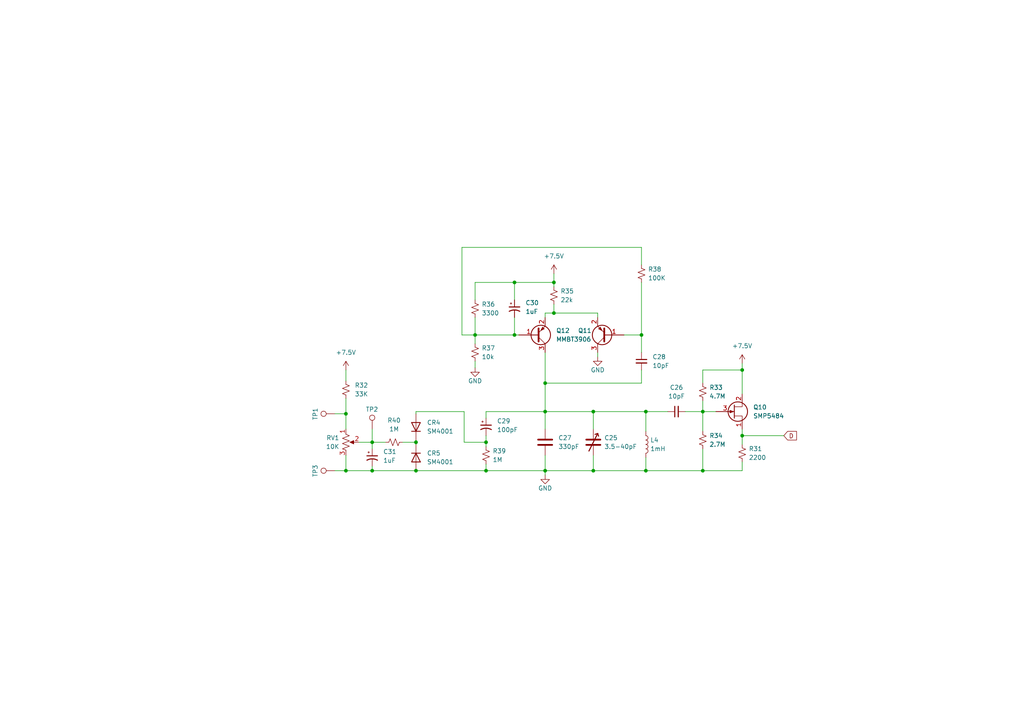
<source format=kicad_sch>
(kicad_sch (version 20211123) (generator eeschema)

  (uuid 1a561e7b-a9f5-4598-b9e1-a9b24acb6f5b)

  (paper "A4")

  (lib_symbols
    (symbol "Connector:TestPoint" (pin_numbers hide) (pin_names (offset 0.762) hide) (in_bom yes) (on_board yes)
      (property "Reference" "TP" (id 0) (at 0 6.858 0)
        (effects (font (size 1.27 1.27)))
      )
      (property "Value" "TestPoint" (id 1) (at 0 5.08 0)
        (effects (font (size 1.27 1.27)))
      )
      (property "Footprint" "" (id 2) (at 5.08 0 0)
        (effects (font (size 1.27 1.27)) hide)
      )
      (property "Datasheet" "~" (id 3) (at 5.08 0 0)
        (effects (font (size 1.27 1.27)) hide)
      )
      (property "ki_keywords" "test point tp" (id 4) (at 0 0 0)
        (effects (font (size 1.27 1.27)) hide)
      )
      (property "ki_description" "test point" (id 5) (at 0 0 0)
        (effects (font (size 1.27 1.27)) hide)
      )
      (property "ki_fp_filters" "Pin* Test*" (id 6) (at 0 0 0)
        (effects (font (size 1.27 1.27)) hide)
      )
      (symbol "TestPoint_0_1"
        (circle (center 0 3.302) (radius 0.762)
          (stroke (width 0) (type default) (color 0 0 0 0))
          (fill (type none))
        )
      )
      (symbol "TestPoint_1_1"
        (pin passive line (at 0 0 90) (length 2.54)
          (name "1" (effects (font (size 1.27 1.27))))
          (number "1" (effects (font (size 1.27 1.27))))
        )
      )
    )
    (symbol "Device:C" (pin_numbers hide) (pin_names (offset 0.254)) (in_bom yes) (on_board yes)
      (property "Reference" "C" (id 0) (at 0.635 2.54 0)
        (effects (font (size 1.27 1.27)) (justify left))
      )
      (property "Value" "C" (id 1) (at 0.635 -2.54 0)
        (effects (font (size 1.27 1.27)) (justify left))
      )
      (property "Footprint" "" (id 2) (at 0.9652 -3.81 0)
        (effects (font (size 1.27 1.27)) hide)
      )
      (property "Datasheet" "~" (id 3) (at 0 0 0)
        (effects (font (size 1.27 1.27)) hide)
      )
      (property "ki_keywords" "cap capacitor" (id 4) (at 0 0 0)
        (effects (font (size 1.27 1.27)) hide)
      )
      (property "ki_description" "Unpolarized capacitor" (id 5) (at 0 0 0)
        (effects (font (size 1.27 1.27)) hide)
      )
      (property "ki_fp_filters" "C_*" (id 6) (at 0 0 0)
        (effects (font (size 1.27 1.27)) hide)
      )
      (symbol "C_0_1"
        (polyline
          (pts
            (xy -2.032 -0.762)
            (xy 2.032 -0.762)
          )
          (stroke (width 0.508) (type default) (color 0 0 0 0))
          (fill (type none))
        )
        (polyline
          (pts
            (xy -2.032 0.762)
            (xy 2.032 0.762)
          )
          (stroke (width 0.508) (type default) (color 0 0 0 0))
          (fill (type none))
        )
      )
      (symbol "C_1_1"
        (pin passive line (at 0 3.81 270) (length 2.794)
          (name "~" (effects (font (size 1.27 1.27))))
          (number "1" (effects (font (size 1.27 1.27))))
        )
        (pin passive line (at 0 -3.81 90) (length 2.794)
          (name "~" (effects (font (size 1.27 1.27))))
          (number "2" (effects (font (size 1.27 1.27))))
        )
      )
    )
    (symbol "Device:C_Polarized_Small_US" (pin_numbers hide) (pin_names (offset 0.254) hide) (in_bom yes) (on_board yes)
      (property "Reference" "C" (id 0) (at 0.254 1.778 0)
        (effects (font (size 1.27 1.27)) (justify left))
      )
      (property "Value" "C_Polarized_Small_US" (id 1) (at 0.254 -2.032 0)
        (effects (font (size 1.27 1.27)) (justify left))
      )
      (property "Footprint" "" (id 2) (at 0 0 0)
        (effects (font (size 1.27 1.27)) hide)
      )
      (property "Datasheet" "~" (id 3) (at 0 0 0)
        (effects (font (size 1.27 1.27)) hide)
      )
      (property "ki_keywords" "cap capacitor" (id 4) (at 0 0 0)
        (effects (font (size 1.27 1.27)) hide)
      )
      (property "ki_description" "Polarized capacitor, small US symbol" (id 5) (at 0 0 0)
        (effects (font (size 1.27 1.27)) hide)
      )
      (property "ki_fp_filters" "CP_*" (id 6) (at 0 0 0)
        (effects (font (size 1.27 1.27)) hide)
      )
      (symbol "C_Polarized_Small_US_0_1"
        (polyline
          (pts
            (xy -1.524 0.508)
            (xy 1.524 0.508)
          )
          (stroke (width 0.3048) (type default) (color 0 0 0 0))
          (fill (type none))
        )
        (polyline
          (pts
            (xy -1.27 1.524)
            (xy -0.762 1.524)
          )
          (stroke (width 0) (type default) (color 0 0 0 0))
          (fill (type none))
        )
        (polyline
          (pts
            (xy -1.016 1.27)
            (xy -1.016 1.778)
          )
          (stroke (width 0) (type default) (color 0 0 0 0))
          (fill (type none))
        )
        (arc (start 1.524 -0.762) (mid 0 -0.3734) (end -1.524 -0.762)
          (stroke (width 0.3048) (type default) (color 0 0 0 0))
          (fill (type none))
        )
      )
      (symbol "C_Polarized_Small_US_1_1"
        (pin passive line (at 0 2.54 270) (length 2.032)
          (name "~" (effects (font (size 1.27 1.27))))
          (number "1" (effects (font (size 1.27 1.27))))
        )
        (pin passive line (at 0 -2.54 90) (length 2.032)
          (name "~" (effects (font (size 1.27 1.27))))
          (number "2" (effects (font (size 1.27 1.27))))
        )
      )
    )
    (symbol "Device:C_Small" (pin_numbers hide) (pin_names (offset 0.254) hide) (in_bom yes) (on_board yes)
      (property "Reference" "C" (id 0) (at 0.254 1.778 0)
        (effects (font (size 1.27 1.27)) (justify left))
      )
      (property "Value" "C_Small" (id 1) (at 0.254 -2.032 0)
        (effects (font (size 1.27 1.27)) (justify left))
      )
      (property "Footprint" "" (id 2) (at 0 0 0)
        (effects (font (size 1.27 1.27)) hide)
      )
      (property "Datasheet" "~" (id 3) (at 0 0 0)
        (effects (font (size 1.27 1.27)) hide)
      )
      (property "ki_keywords" "capacitor cap" (id 4) (at 0 0 0)
        (effects (font (size 1.27 1.27)) hide)
      )
      (property "ki_description" "Unpolarized capacitor, small symbol" (id 5) (at 0 0 0)
        (effects (font (size 1.27 1.27)) hide)
      )
      (property "ki_fp_filters" "C_*" (id 6) (at 0 0 0)
        (effects (font (size 1.27 1.27)) hide)
      )
      (symbol "C_Small_0_1"
        (polyline
          (pts
            (xy -1.524 -0.508)
            (xy 1.524 -0.508)
          )
          (stroke (width 0.3302) (type default) (color 0 0 0 0))
          (fill (type none))
        )
        (polyline
          (pts
            (xy -1.524 0.508)
            (xy 1.524 0.508)
          )
          (stroke (width 0.3048) (type default) (color 0 0 0 0))
          (fill (type none))
        )
      )
      (symbol "C_Small_1_1"
        (pin passive line (at 0 2.54 270) (length 2.032)
          (name "~" (effects (font (size 1.27 1.27))))
          (number "1" (effects (font (size 1.27 1.27))))
        )
        (pin passive line (at 0 -2.54 90) (length 2.032)
          (name "~" (effects (font (size 1.27 1.27))))
          (number "2" (effects (font (size 1.27 1.27))))
        )
      )
    )
    (symbol "Device:C_Variable" (pin_numbers hide) (pin_names (offset 0.254) hide) (in_bom yes) (on_board yes)
      (property "Reference" "C" (id 0) (at 0.635 -1.905 0)
        (effects (font (size 1.27 1.27)) (justify left))
      )
      (property "Value" "C_Variable" (id 1) (at 0.635 -3.81 0)
        (effects (font (size 1.27 1.27)) (justify left))
      )
      (property "Footprint" "" (id 2) (at 0 0 0)
        (effects (font (size 1.27 1.27)) hide)
      )
      (property "Datasheet" "~" (id 3) (at 0 0 0)
        (effects (font (size 1.27 1.27)) hide)
      )
      (property "ki_keywords" "trimmer capacitor" (id 4) (at 0 0 0)
        (effects (font (size 1.27 1.27)) hide)
      )
      (property "ki_description" "Variable capacitor" (id 5) (at 0 0 0)
        (effects (font (size 1.27 1.27)) hide)
      )
      (symbol "C_Variable_0_1"
        (polyline
          (pts
            (xy -2.032 -0.762)
            (xy 2.032 -0.762)
          )
          (stroke (width 0.508) (type default) (color 0 0 0 0))
          (fill (type none))
        )
        (polyline
          (pts
            (xy -2.032 0.762)
            (xy 2.032 0.762)
          )
          (stroke (width 0.508) (type default) (color 0 0 0 0))
          (fill (type none))
        )
        (polyline
          (pts
            (xy 1.27 2.54)
            (xy -1.27 -2.54)
          )
          (stroke (width 0.3048) (type default) (color 0 0 0 0))
          (fill (type none))
        )
        (polyline
          (pts
            (xy 1.27 2.54)
            (xy 0.508 2.286)
          )
          (stroke (width 0.3048) (type default) (color 0 0 0 0))
          (fill (type none))
        )
        (polyline
          (pts
            (xy 1.27 2.54)
            (xy 1.524 1.778)
          )
          (stroke (width 0.3048) (type default) (color 0 0 0 0))
          (fill (type none))
        )
      )
      (symbol "C_Variable_1_1"
        (pin passive line (at 0 3.81 270) (length 3.048)
          (name "~" (effects (font (size 1.27 1.27))))
          (number "1" (effects (font (size 1.27 1.27))))
        )
        (pin passive line (at 0 -3.81 90) (length 3.048)
          (name "~" (effects (font (size 1.27 1.27))))
          (number "2" (effects (font (size 1.27 1.27))))
        )
      )
    )
    (symbol "Device:L" (pin_numbers hide) (pin_names (offset 1.016) hide) (in_bom yes) (on_board yes)
      (property "Reference" "L" (id 0) (at -1.27 0 90)
        (effects (font (size 1.27 1.27)))
      )
      (property "Value" "L" (id 1) (at 1.905 0 90)
        (effects (font (size 1.27 1.27)))
      )
      (property "Footprint" "" (id 2) (at 0 0 0)
        (effects (font (size 1.27 1.27)) hide)
      )
      (property "Datasheet" "~" (id 3) (at 0 0 0)
        (effects (font (size 1.27 1.27)) hide)
      )
      (property "ki_keywords" "inductor choke coil reactor magnetic" (id 4) (at 0 0 0)
        (effects (font (size 1.27 1.27)) hide)
      )
      (property "ki_description" "Inductor" (id 5) (at 0 0 0)
        (effects (font (size 1.27 1.27)) hide)
      )
      (property "ki_fp_filters" "Choke_* *Coil* Inductor_* L_*" (id 6) (at 0 0 0)
        (effects (font (size 1.27 1.27)) hide)
      )
      (symbol "L_0_1"
        (arc (start 0 -2.54) (mid 0.635 -1.905) (end 0 -1.27)
          (stroke (width 0) (type default) (color 0 0 0 0))
          (fill (type none))
        )
        (arc (start 0 -1.27) (mid 0.635 -0.635) (end 0 0)
          (stroke (width 0) (type default) (color 0 0 0 0))
          (fill (type none))
        )
        (arc (start 0 0) (mid 0.635 0.635) (end 0 1.27)
          (stroke (width 0) (type default) (color 0 0 0 0))
          (fill (type none))
        )
        (arc (start 0 1.27) (mid 0.635 1.905) (end 0 2.54)
          (stroke (width 0) (type default) (color 0 0 0 0))
          (fill (type none))
        )
      )
      (symbol "L_1_1"
        (pin passive line (at 0 3.81 270) (length 1.27)
          (name "1" (effects (font (size 1.27 1.27))))
          (number "1" (effects (font (size 1.27 1.27))))
        )
        (pin passive line (at 0 -3.81 90) (length 1.27)
          (name "2" (effects (font (size 1.27 1.27))))
          (number "2" (effects (font (size 1.27 1.27))))
        )
      )
    )
    (symbol "Device:Q_NJFET_SDG" (pin_names (offset 0) hide) (in_bom yes) (on_board yes)
      (property "Reference" "Q" (id 0) (at 5.08 1.27 0)
        (effects (font (size 1.27 1.27)) (justify left))
      )
      (property "Value" "Q_NJFET_SDG" (id 1) (at 5.08 -1.27 0)
        (effects (font (size 1.27 1.27)) (justify left))
      )
      (property "Footprint" "" (id 2) (at 5.08 2.54 0)
        (effects (font (size 1.27 1.27)) hide)
      )
      (property "Datasheet" "~" (id 3) (at 0 0 0)
        (effects (font (size 1.27 1.27)) hide)
      )
      (property "ki_keywords" "transistor NJFET N-JFET" (id 4) (at 0 0 0)
        (effects (font (size 1.27 1.27)) hide)
      )
      (property "ki_description" "N-JFET transistor, source/drain/gate" (id 5) (at 0 0 0)
        (effects (font (size 1.27 1.27)) hide)
      )
      (symbol "Q_NJFET_SDG_0_1"
        (polyline
          (pts
            (xy 0.254 1.905)
            (xy 0.254 -1.905)
            (xy 0.254 -1.905)
          )
          (stroke (width 0.254) (type default) (color 0 0 0 0))
          (fill (type none))
        )
        (polyline
          (pts
            (xy 2.54 -2.54)
            (xy 2.54 -1.27)
            (xy 0.254 -1.27)
          )
          (stroke (width 0) (type default) (color 0 0 0 0))
          (fill (type none))
        )
        (polyline
          (pts
            (xy 2.54 2.54)
            (xy 2.54 1.397)
            (xy 0.254 1.397)
          )
          (stroke (width 0) (type default) (color 0 0 0 0))
          (fill (type none))
        )
        (polyline
          (pts
            (xy 0 0)
            (xy -1.016 0.381)
            (xy -1.016 -0.381)
            (xy 0 0)
          )
          (stroke (width 0) (type default) (color 0 0 0 0))
          (fill (type outline))
        )
        (circle (center 1.27 0) (radius 2.8194)
          (stroke (width 0.254) (type default) (color 0 0 0 0))
          (fill (type none))
        )
      )
      (symbol "Q_NJFET_SDG_1_1"
        (pin passive line (at 2.54 -5.08 90) (length 2.54)
          (name "S" (effects (font (size 1.27 1.27))))
          (number "1" (effects (font (size 1.27 1.27))))
        )
        (pin passive line (at 2.54 5.08 270) (length 2.54)
          (name "D" (effects (font (size 1.27 1.27))))
          (number "2" (effects (font (size 1.27 1.27))))
        )
        (pin input line (at -5.08 0 0) (length 5.334)
          (name "G" (effects (font (size 1.27 1.27))))
          (number "3" (effects (font (size 1.27 1.27))))
        )
      )
    )
    (symbol "Device:R_Potentiometer_US" (pin_names (offset 1.016) hide) (in_bom yes) (on_board yes)
      (property "Reference" "RV" (id 0) (at -4.445 0 90)
        (effects (font (size 1.27 1.27)))
      )
      (property "Value" "R_Potentiometer_US" (id 1) (at -2.54 0 90)
        (effects (font (size 1.27 1.27)))
      )
      (property "Footprint" "" (id 2) (at 0 0 0)
        (effects (font (size 1.27 1.27)) hide)
      )
      (property "Datasheet" "~" (id 3) (at 0 0 0)
        (effects (font (size 1.27 1.27)) hide)
      )
      (property "ki_keywords" "resistor variable" (id 4) (at 0 0 0)
        (effects (font (size 1.27 1.27)) hide)
      )
      (property "ki_description" "Potentiometer, US symbol" (id 5) (at 0 0 0)
        (effects (font (size 1.27 1.27)) hide)
      )
      (property "ki_fp_filters" "Potentiometer*" (id 6) (at 0 0 0)
        (effects (font (size 1.27 1.27)) hide)
      )
      (symbol "R_Potentiometer_US_0_1"
        (polyline
          (pts
            (xy 0 -2.286)
            (xy 0 -2.54)
          )
          (stroke (width 0) (type default) (color 0 0 0 0))
          (fill (type none))
        )
        (polyline
          (pts
            (xy 0 2.54)
            (xy 0 2.286)
          )
          (stroke (width 0) (type default) (color 0 0 0 0))
          (fill (type none))
        )
        (polyline
          (pts
            (xy 2.54 0)
            (xy 1.524 0)
          )
          (stroke (width 0) (type default) (color 0 0 0 0))
          (fill (type none))
        )
        (polyline
          (pts
            (xy 1.143 0)
            (xy 2.286 0.508)
            (xy 2.286 -0.508)
            (xy 1.143 0)
          )
          (stroke (width 0) (type default) (color 0 0 0 0))
          (fill (type outline))
        )
        (polyline
          (pts
            (xy 0 -0.762)
            (xy 1.016 -1.143)
            (xy 0 -1.524)
            (xy -1.016 -1.905)
            (xy 0 -2.286)
          )
          (stroke (width 0) (type default) (color 0 0 0 0))
          (fill (type none))
        )
        (polyline
          (pts
            (xy 0 0.762)
            (xy 1.016 0.381)
            (xy 0 0)
            (xy -1.016 -0.381)
            (xy 0 -0.762)
          )
          (stroke (width 0) (type default) (color 0 0 0 0))
          (fill (type none))
        )
        (polyline
          (pts
            (xy 0 2.286)
            (xy 1.016 1.905)
            (xy 0 1.524)
            (xy -1.016 1.143)
            (xy 0 0.762)
          )
          (stroke (width 0) (type default) (color 0 0 0 0))
          (fill (type none))
        )
      )
      (symbol "R_Potentiometer_US_1_1"
        (pin passive line (at 0 3.81 270) (length 1.27)
          (name "1" (effects (font (size 1.27 1.27))))
          (number "1" (effects (font (size 1.27 1.27))))
        )
        (pin passive line (at 3.81 0 180) (length 1.27)
          (name "2" (effects (font (size 1.27 1.27))))
          (number "2" (effects (font (size 1.27 1.27))))
        )
        (pin passive line (at 0 -3.81 90) (length 1.27)
          (name "3" (effects (font (size 1.27 1.27))))
          (number "3" (effects (font (size 1.27 1.27))))
        )
      )
    )
    (symbol "Device:R_Small_US" (pin_numbers hide) (pin_names (offset 0.254) hide) (in_bom yes) (on_board yes)
      (property "Reference" "R" (id 0) (at 0.762 0.508 0)
        (effects (font (size 1.27 1.27)) (justify left))
      )
      (property "Value" "R_Small_US" (id 1) (at 0.762 -1.016 0)
        (effects (font (size 1.27 1.27)) (justify left))
      )
      (property "Footprint" "" (id 2) (at 0 0 0)
        (effects (font (size 1.27 1.27)) hide)
      )
      (property "Datasheet" "~" (id 3) (at 0 0 0)
        (effects (font (size 1.27 1.27)) hide)
      )
      (property "ki_keywords" "r resistor" (id 4) (at 0 0 0)
        (effects (font (size 1.27 1.27)) hide)
      )
      (property "ki_description" "Resistor, small US symbol" (id 5) (at 0 0 0)
        (effects (font (size 1.27 1.27)) hide)
      )
      (property "ki_fp_filters" "R_*" (id 6) (at 0 0 0)
        (effects (font (size 1.27 1.27)) hide)
      )
      (symbol "R_Small_US_1_1"
        (polyline
          (pts
            (xy 0 0)
            (xy 1.016 -0.381)
            (xy 0 -0.762)
            (xy -1.016 -1.143)
            (xy 0 -1.524)
          )
          (stroke (width 0) (type default) (color 0 0 0 0))
          (fill (type none))
        )
        (polyline
          (pts
            (xy 0 1.524)
            (xy 1.016 1.143)
            (xy 0 0.762)
            (xy -1.016 0.381)
            (xy 0 0)
          )
          (stroke (width 0) (type default) (color 0 0 0 0))
          (fill (type none))
        )
        (pin passive line (at 0 2.54 270) (length 1.016)
          (name "~" (effects (font (size 1.27 1.27))))
          (number "1" (effects (font (size 1.27 1.27))))
        )
        (pin passive line (at 0 -2.54 90) (length 1.016)
          (name "~" (effects (font (size 1.27 1.27))))
          (number "2" (effects (font (size 1.27 1.27))))
        )
      )
    )
    (symbol "Diode:SM4001" (pin_numbers hide) (pin_names (offset 1.016) hide) (in_bom yes) (on_board yes)
      (property "Reference" "D" (id 0) (at 0 2.54 0)
        (effects (font (size 1.27 1.27)))
      )
      (property "Value" "SM4001" (id 1) (at 0 -2.54 0)
        (effects (font (size 1.27 1.27)))
      )
      (property "Footprint" "Diode_SMD:D_MELF" (id 2) (at 0 -4.445 0)
        (effects (font (size 1.27 1.27)) hide)
      )
      (property "Datasheet" "http://cdn-reichelt.de/documents/datenblatt/A400/SMD1N400%23DIO.pdf" (id 3) (at 0 0 0)
        (effects (font (size 1.27 1.27)) hide)
      )
      (property "ki_keywords" "diode" (id 4) (at 0 0 0)
        (effects (font (size 1.27 1.27)) hide)
      )
      (property "ki_description" "50V 1A General Purpose Rectifier Diode, MELF" (id 5) (at 0 0 0)
        (effects (font (size 1.27 1.27)) hide)
      )
      (property "ki_fp_filters" "D*MELF*" (id 6) (at 0 0 0)
        (effects (font (size 1.27 1.27)) hide)
      )
      (symbol "SM4001_0_1"
        (polyline
          (pts
            (xy -1.27 1.27)
            (xy -1.27 -1.27)
          )
          (stroke (width 0.254) (type default) (color 0 0 0 0))
          (fill (type none))
        )
        (polyline
          (pts
            (xy 1.27 0)
            (xy -1.27 0)
          )
          (stroke (width 0) (type default) (color 0 0 0 0))
          (fill (type none))
        )
        (polyline
          (pts
            (xy 1.27 1.27)
            (xy 1.27 -1.27)
            (xy -1.27 0)
            (xy 1.27 1.27)
          )
          (stroke (width 0.254) (type default) (color 0 0 0 0))
          (fill (type none))
        )
      )
      (symbol "SM4001_1_1"
        (pin passive line (at -3.81 0 0) (length 2.54)
          (name "K" (effects (font (size 1.27 1.27))))
          (number "1" (effects (font (size 1.27 1.27))))
        )
        (pin passive line (at 3.81 0 180) (length 2.54)
          (name "A" (effects (font (size 1.27 1.27))))
          (number "2" (effects (font (size 1.27 1.27))))
        )
      )
    )
    (symbol "Transistor_BJT:MMBT3906" (pin_names (offset 0) hide) (in_bom yes) (on_board yes)
      (property "Reference" "Q" (id 0) (at 5.08 1.905 0)
        (effects (font (size 1.27 1.27)) (justify left))
      )
      (property "Value" "MMBT3906" (id 1) (at 5.08 0 0)
        (effects (font (size 1.27 1.27)) (justify left))
      )
      (property "Footprint" "Package_TO_SOT_SMD:SOT-23" (id 2) (at 5.08 -1.905 0)
        (effects (font (size 1.27 1.27) italic) (justify left) hide)
      )
      (property "Datasheet" "https://www.onsemi.com/pub/Collateral/2N3906-D.PDF" (id 3) (at 0 0 0)
        (effects (font (size 1.27 1.27)) (justify left) hide)
      )
      (property "ki_keywords" "PNP Transistor" (id 4) (at 0 0 0)
        (effects (font (size 1.27 1.27)) hide)
      )
      (property "ki_description" "-0.2A Ic, -40V Vce, Small Signal PNP Transistor, SOT-23" (id 5) (at 0 0 0)
        (effects (font (size 1.27 1.27)) hide)
      )
      (property "ki_fp_filters" "SOT?23*" (id 6) (at 0 0 0)
        (effects (font (size 1.27 1.27)) hide)
      )
      (symbol "MMBT3906_0_1"
        (polyline
          (pts
            (xy 0.635 0.635)
            (xy 2.54 2.54)
          )
          (stroke (width 0) (type default) (color 0 0 0 0))
          (fill (type none))
        )
        (polyline
          (pts
            (xy 0.635 -0.635)
            (xy 2.54 -2.54)
            (xy 2.54 -2.54)
          )
          (stroke (width 0) (type default) (color 0 0 0 0))
          (fill (type none))
        )
        (polyline
          (pts
            (xy 0.635 1.905)
            (xy 0.635 -1.905)
            (xy 0.635 -1.905)
          )
          (stroke (width 0.508) (type default) (color 0 0 0 0))
          (fill (type none))
        )
        (polyline
          (pts
            (xy 2.286 -1.778)
            (xy 1.778 -2.286)
            (xy 1.27 -1.27)
            (xy 2.286 -1.778)
            (xy 2.286 -1.778)
          )
          (stroke (width 0) (type default) (color 0 0 0 0))
          (fill (type outline))
        )
        (circle (center 1.27 0) (radius 2.8194)
          (stroke (width 0.254) (type default) (color 0 0 0 0))
          (fill (type none))
        )
      )
      (symbol "MMBT3906_1_1"
        (pin input line (at -5.08 0 0) (length 5.715)
          (name "B" (effects (font (size 1.27 1.27))))
          (number "1" (effects (font (size 1.27 1.27))))
        )
        (pin passive line (at 2.54 -5.08 90) (length 2.54)
          (name "E" (effects (font (size 1.27 1.27))))
          (number "2" (effects (font (size 1.27 1.27))))
        )
        (pin passive line (at 2.54 5.08 270) (length 2.54)
          (name "C" (effects (font (size 1.27 1.27))))
          (number "3" (effects (font (size 1.27 1.27))))
        )
      )
    )
    (symbol "power:+7.5V" (power) (pin_names (offset 0)) (in_bom yes) (on_board yes)
      (property "Reference" "#PWR" (id 0) (at 0 -3.81 0)
        (effects (font (size 1.27 1.27)) hide)
      )
      (property "Value" "+7.5V" (id 1) (at 0 3.556 0)
        (effects (font (size 1.27 1.27)))
      )
      (property "Footprint" "" (id 2) (at 0 0 0)
        (effects (font (size 1.27 1.27)) hide)
      )
      (property "Datasheet" "" (id 3) (at 0 0 0)
        (effects (font (size 1.27 1.27)) hide)
      )
      (property "ki_keywords" "power-flag" (id 4) (at 0 0 0)
        (effects (font (size 1.27 1.27)) hide)
      )
      (property "ki_description" "Power symbol creates a global label with name \"+7.5V\"" (id 5) (at 0 0 0)
        (effects (font (size 1.27 1.27)) hide)
      )
      (symbol "+7.5V_0_1"
        (polyline
          (pts
            (xy -0.762 1.27)
            (xy 0 2.54)
          )
          (stroke (width 0) (type default) (color 0 0 0 0))
          (fill (type none))
        )
        (polyline
          (pts
            (xy 0 0)
            (xy 0 2.54)
          )
          (stroke (width 0) (type default) (color 0 0 0 0))
          (fill (type none))
        )
        (polyline
          (pts
            (xy 0 2.54)
            (xy 0.762 1.27)
          )
          (stroke (width 0) (type default) (color 0 0 0 0))
          (fill (type none))
        )
      )
      (symbol "+7.5V_1_1"
        (pin power_in line (at 0 0 90) (length 0) hide
          (name "+7.5V" (effects (font (size 1.27 1.27))))
          (number "1" (effects (font (size 1.27 1.27))))
        )
      )
    )
    (symbol "power:GND" (power) (pin_names (offset 0)) (in_bom yes) (on_board yes)
      (property "Reference" "#PWR" (id 0) (at 0 -6.35 0)
        (effects (font (size 1.27 1.27)) hide)
      )
      (property "Value" "GND" (id 1) (at 0 -3.81 0)
        (effects (font (size 1.27 1.27)))
      )
      (property "Footprint" "" (id 2) (at 0 0 0)
        (effects (font (size 1.27 1.27)) hide)
      )
      (property "Datasheet" "" (id 3) (at 0 0 0)
        (effects (font (size 1.27 1.27)) hide)
      )
      (property "ki_keywords" "power-flag" (id 4) (at 0 0 0)
        (effects (font (size 1.27 1.27)) hide)
      )
      (property "ki_description" "Power symbol creates a global label with name \"GND\" , ground" (id 5) (at 0 0 0)
        (effects (font (size 1.27 1.27)) hide)
      )
      (symbol "GND_0_1"
        (polyline
          (pts
            (xy 0 0)
            (xy 0 -1.27)
            (xy 1.27 -1.27)
            (xy 0 -2.54)
            (xy -1.27 -1.27)
            (xy 0 -1.27)
          )
          (stroke (width 0) (type default) (color 0 0 0 0))
          (fill (type none))
        )
      )
      (symbol "GND_1_1"
        (pin power_in line (at 0 0 270) (length 0) hide
          (name "GND" (effects (font (size 1.27 1.27))))
          (number "1" (effects (font (size 1.27 1.27))))
        )
      )
    )
  )

  (junction (at 140.97 128.27) (diameter 0) (color 0 0 0 0)
    (uuid 02d44db0-0260-43de-b097-3a682db19148)
  )
  (junction (at 158.115 119.38) (diameter 0) (color 0 0 0 0)
    (uuid 030fdfa3-3157-44c9-96ac-fcda7b58e64e)
  )
  (junction (at 158.115 111.125) (diameter 0) (color 0 0 0 0)
    (uuid 09279964-2b7c-4c55-95e7-552f2008931a)
  )
  (junction (at 107.95 128.27) (diameter 0) (color 0 0 0 0)
    (uuid 0a1936c8-13ce-446f-a99b-4d55316147ae)
  )
  (junction (at 215.265 126.365) (diameter 0) (color 0 0 0 0)
    (uuid 0f67a6cd-65b4-4639-8c80-5bdaf8b8992f)
  )
  (junction (at 120.65 136.525) (diameter 0) (color 0 0 0 0)
    (uuid 103a1d91-bc47-4c61-8c35-c6d7c1dbac10)
  )
  (junction (at 160.655 90.805) (diameter 0) (color 0 0 0 0)
    (uuid 27e8396f-21a4-4f15-b679-75474ff1bf30)
  )
  (junction (at 203.835 136.525) (diameter 0) (color 0 0 0 0)
    (uuid 2cfbf60d-ebd7-4120-a218-9103a51af9d9)
  )
  (junction (at 215.265 107.315) (diameter 0) (color 0 0 0 0)
    (uuid 32b282f5-3c16-4aeb-8ddc-94226d42760a)
  )
  (junction (at 187.325 119.38) (diameter 0) (color 0 0 0 0)
    (uuid 4a7025e6-d675-4385-a3c5-d1a45c01ebe7)
  )
  (junction (at 107.95 136.525) (diameter 0) (color 0 0 0 0)
    (uuid 4ffdd89b-1b6d-4e93-90d0-2a54ab253133)
  )
  (junction (at 187.325 136.525) (diameter 0) (color 0 0 0 0)
    (uuid 57a83362-3888-43bc-b914-9bb8368b3133)
  )
  (junction (at 120.65 128.27) (diameter 0) (color 0 0 0 0)
    (uuid 5cf6dad3-fbe2-4495-ac04-f4d2461f4f24)
  )
  (junction (at 172.085 119.38) (diameter 0) (color 0 0 0 0)
    (uuid 777b16f7-2b34-4208-970f-c588efbd7cc6)
  )
  (junction (at 149.225 97.155) (diameter 0) (color 0 0 0 0)
    (uuid 77f671a8-786a-43bb-9853-9e71bf318cee)
  )
  (junction (at 203.835 119.38) (diameter 0) (color 0 0 0 0)
    (uuid 8a1711a9-2623-49b3-b94c-6187700cfa18)
  )
  (junction (at 140.97 136.525) (diameter 0) (color 0 0 0 0)
    (uuid 9e48f649-6fb3-4eb0-994c-611dd55f26d5)
  )
  (junction (at 186.055 97.155) (diameter 0) (color 0 0 0 0)
    (uuid add78bb3-ad5e-46b7-ba1e-3bfbe2756a96)
  )
  (junction (at 149.225 81.915) (diameter 0) (color 0 0 0 0)
    (uuid c3607f5e-09e0-4f55-b5f3-f27dba04c89f)
  )
  (junction (at 100.33 136.525) (diameter 0) (color 0 0 0 0)
    (uuid c89a237a-1815-4935-b713-e0a96b5f38ae)
  )
  (junction (at 100.33 120.015) (diameter 0) (color 0 0 0 0)
    (uuid d3124d69-b320-4f30-99ed-844481724e77)
  )
  (junction (at 158.115 136.525) (diameter 0) (color 0 0 0 0)
    (uuid dcdbf933-597c-4a9b-acc7-066487e83ef0)
  )
  (junction (at 160.655 81.915) (diameter 0) (color 0 0 0 0)
    (uuid e3257c20-9c93-4c2b-9402-22e3ba6388d7)
  )
  (junction (at 137.795 97.155) (diameter 0) (color 0 0 0 0)
    (uuid e7abe784-f3d8-466c-a499-8235b3d0d1d0)
  )
  (junction (at 172.085 136.525) (diameter 0) (color 0 0 0 0)
    (uuid ee2c1365-c385-4b0d-8b90-ab308a4c3e54)
  )

  (wire (pts (xy 158.115 92.075) (xy 158.115 90.805))
    (stroke (width 0) (type default) (color 0 0 0 0))
    (uuid 02f480a9-b9b8-4a1b-bef3-c70a0fa6bd9a)
  )
  (wire (pts (xy 107.95 135.255) (xy 107.95 136.525))
    (stroke (width 0) (type default) (color 0 0 0 0))
    (uuid 05038ef0-bc0c-4bcc-bba3-c069b8a577eb)
  )
  (wire (pts (xy 100.33 132.08) (xy 100.33 136.525))
    (stroke (width 0) (type default) (color 0 0 0 0))
    (uuid 0b552557-d27c-40ee-b4eb-e1351a0d9005)
  )
  (wire (pts (xy 215.265 126.365) (xy 215.265 128.905))
    (stroke (width 0) (type default) (color 0 0 0 0))
    (uuid 0b5eb565-c1e9-4eaf-814a-e43cfc60db0b)
  )
  (wire (pts (xy 203.835 119.38) (xy 207.645 119.38))
    (stroke (width 0) (type default) (color 0 0 0 0))
    (uuid 12864218-a54a-463b-8098-8b258b115152)
  )
  (wire (pts (xy 97.155 120.015) (xy 100.33 120.015))
    (stroke (width 0) (type default) (color 0 0 0 0))
    (uuid 151b5ec5-fd59-40d4-bd7f-2529205d48ea)
  )
  (wire (pts (xy 203.835 119.38) (xy 203.835 116.205))
    (stroke (width 0) (type default) (color 0 0 0 0))
    (uuid 1a2eb990-39e9-482c-93a4-764f1fd141ae)
  )
  (wire (pts (xy 215.265 124.46) (xy 215.265 126.365))
    (stroke (width 0) (type default) (color 0 0 0 0))
    (uuid 2625b7a9-33c3-47e9-951d-1a99c2e36df1)
  )
  (wire (pts (xy 158.115 102.235) (xy 158.115 111.125))
    (stroke (width 0) (type default) (color 0 0 0 0))
    (uuid 2a287111-58e8-4fab-9b1d-63aa6c1b695f)
  )
  (wire (pts (xy 173.355 92.075) (xy 173.355 90.805))
    (stroke (width 0) (type default) (color 0 0 0 0))
    (uuid 2a83bbe6-550a-467f-87db-f79b28b0ab09)
  )
  (wire (pts (xy 187.325 119.38) (xy 193.675 119.38))
    (stroke (width 0) (type default) (color 0 0 0 0))
    (uuid 2bca1a60-30e3-4cd5-8241-c6ed21fba4db)
  )
  (wire (pts (xy 140.97 126.365) (xy 140.97 128.27))
    (stroke (width 0) (type default) (color 0 0 0 0))
    (uuid 2d54f3e0-b083-419b-8484-d0a37745877b)
  )
  (wire (pts (xy 137.795 92.075) (xy 137.795 97.155))
    (stroke (width 0) (type default) (color 0 0 0 0))
    (uuid 2eae08e3-53e1-4c2d-bbc3-b32611b86899)
  )
  (wire (pts (xy 186.055 111.125) (xy 158.115 111.125))
    (stroke (width 0) (type default) (color 0 0 0 0))
    (uuid 2f5998f5-41f5-4aaa-ae9c-45c6f7c42d0b)
  )
  (wire (pts (xy 160.655 79.375) (xy 160.655 81.915))
    (stroke (width 0) (type default) (color 0 0 0 0))
    (uuid 326a38ed-8720-40be-a60f-3afe0a08678c)
  )
  (wire (pts (xy 120.65 136.525) (xy 140.97 136.525))
    (stroke (width 0) (type default) (color 0 0 0 0))
    (uuid 337d31a3-2d2c-40a5-9513-ec9e3433c8f8)
  )
  (wire (pts (xy 203.835 107.315) (xy 215.265 107.315))
    (stroke (width 0) (type default) (color 0 0 0 0))
    (uuid 355bef51-4ce2-4094-b80d-23a13aed9852)
  )
  (wire (pts (xy 172.085 119.38) (xy 187.325 119.38))
    (stroke (width 0) (type default) (color 0 0 0 0))
    (uuid 386c27fd-f235-4968-abed-44fe28c9566e)
  )
  (wire (pts (xy 149.225 92.075) (xy 149.225 97.155))
    (stroke (width 0) (type default) (color 0 0 0 0))
    (uuid 38eaf3a5-22c4-44c1-ae66-dc7052aedfdc)
  )
  (wire (pts (xy 133.985 71.755) (xy 186.055 71.755))
    (stroke (width 0) (type default) (color 0 0 0 0))
    (uuid 3a065d36-eff8-4ca8-88ed-2fdadad28b61)
  )
  (wire (pts (xy 107.95 124.46) (xy 107.95 128.27))
    (stroke (width 0) (type default) (color 0 0 0 0))
    (uuid 3b11716a-99a0-4994-9614-3bdaa5f70b17)
  )
  (wire (pts (xy 186.055 81.915) (xy 186.055 97.155))
    (stroke (width 0) (type default) (color 0 0 0 0))
    (uuid 3bb9b1da-a54f-4506-b053-4a0b7e64fe24)
  )
  (wire (pts (xy 172.085 119.38) (xy 172.085 124.46))
    (stroke (width 0) (type default) (color 0 0 0 0))
    (uuid 404f9ecd-0c3c-477f-8a61-da32e66b98c7)
  )
  (wire (pts (xy 107.95 128.27) (xy 107.95 130.175))
    (stroke (width 0) (type default) (color 0 0 0 0))
    (uuid 40b4ba91-59e1-4021-aa52-2328efd982c8)
  )
  (wire (pts (xy 173.355 102.235) (xy 173.355 103.505))
    (stroke (width 0) (type default) (color 0 0 0 0))
    (uuid 4208355e-144b-455c-85fe-6de913174401)
  )
  (wire (pts (xy 149.225 97.155) (xy 137.795 97.155))
    (stroke (width 0) (type default) (color 0 0 0 0))
    (uuid 432f855f-8f98-4c69-b5b4-de25a70e9401)
  )
  (wire (pts (xy 107.95 128.27) (xy 111.76 128.27))
    (stroke (width 0) (type default) (color 0 0 0 0))
    (uuid 443e09e2-c75e-453b-a8cc-63b62918c58e)
  )
  (wire (pts (xy 107.95 136.525) (xy 120.65 136.525))
    (stroke (width 0) (type default) (color 0 0 0 0))
    (uuid 4ef9c896-ece9-423f-8e22-8e9fbbe8d917)
  )
  (wire (pts (xy 158.115 119.38) (xy 158.115 124.46))
    (stroke (width 0) (type default) (color 0 0 0 0))
    (uuid 52cec6a8-4fcd-4f40-983f-8cb10197bb8a)
  )
  (wire (pts (xy 203.835 119.38) (xy 203.835 125.095))
    (stroke (width 0) (type default) (color 0 0 0 0))
    (uuid 52f1e289-2751-4a50-a01c-9b5aedc5d43d)
  )
  (wire (pts (xy 187.325 136.525) (xy 203.835 136.525))
    (stroke (width 0) (type default) (color 0 0 0 0))
    (uuid 56494e5e-f160-4b8b-9f53-5249e54c4a9c)
  )
  (wire (pts (xy 158.115 119.38) (xy 172.085 119.38))
    (stroke (width 0) (type default) (color 0 0 0 0))
    (uuid 5c3effa9-883f-465e-bb88-64b1401d725e)
  )
  (wire (pts (xy 160.655 90.805) (xy 160.655 88.265))
    (stroke (width 0) (type default) (color 0 0 0 0))
    (uuid 5def4c3b-372d-4bdc-8349-9a2b297e20e2)
  )
  (wire (pts (xy 149.225 81.915) (xy 149.225 86.995))
    (stroke (width 0) (type default) (color 0 0 0 0))
    (uuid 5fabc8a4-1175-4151-9297-b6eaa9faa64f)
  )
  (wire (pts (xy 187.325 136.525) (xy 172.085 136.525))
    (stroke (width 0) (type default) (color 0 0 0 0))
    (uuid 6052e2e9-1902-4330-bdff-189b15b4a9d6)
  )
  (wire (pts (xy 100.33 136.525) (xy 97.155 136.525))
    (stroke (width 0) (type default) (color 0 0 0 0))
    (uuid 6397ef00-020b-4a52-9d54-57cf7ceb814e)
  )
  (wire (pts (xy 133.985 97.155) (xy 137.795 97.155))
    (stroke (width 0) (type default) (color 0 0 0 0))
    (uuid 6e304803-4b62-49ab-9899-3dfcb6f0581e)
  )
  (wire (pts (xy 158.115 90.805) (xy 160.655 90.805))
    (stroke (width 0) (type default) (color 0 0 0 0))
    (uuid 70e7b95d-c853-4032-b4c6-fff46cbfc8a4)
  )
  (wire (pts (xy 100.33 115.57) (xy 100.33 120.015))
    (stroke (width 0) (type default) (color 0 0 0 0))
    (uuid 71c6d139-3fe3-43a7-b3a4-f6dcd5bea03c)
  )
  (wire (pts (xy 215.265 136.525) (xy 215.265 133.985))
    (stroke (width 0) (type default) (color 0 0 0 0))
    (uuid 7425d2bb-1ecb-4e76-aa71-a14168de9494)
  )
  (wire (pts (xy 100.33 136.525) (xy 107.95 136.525))
    (stroke (width 0) (type default) (color 0 0 0 0))
    (uuid 7bbb9fbf-0fd5-444c-a129-b65a0041faeb)
  )
  (wire (pts (xy 149.225 97.155) (xy 150.495 97.155))
    (stroke (width 0) (type default) (color 0 0 0 0))
    (uuid 7be81fc1-27cc-49cb-b179-66f2324d02f4)
  )
  (wire (pts (xy 120.65 119.38) (xy 120.65 120.015))
    (stroke (width 0) (type default) (color 0 0 0 0))
    (uuid 8123b91f-5853-4441-98b4-fec8e91180ef)
  )
  (wire (pts (xy 140.97 119.38) (xy 158.115 119.38))
    (stroke (width 0) (type default) (color 0 0 0 0))
    (uuid 84ca0232-4f4f-4ee1-b745-3efef53770cc)
  )
  (wire (pts (xy 104.14 128.27) (xy 107.95 128.27))
    (stroke (width 0) (type default) (color 0 0 0 0))
    (uuid 86b9db27-f3d0-4df6-8dd4-b0271db3113e)
  )
  (wire (pts (xy 120.65 127.635) (xy 120.65 128.27))
    (stroke (width 0) (type default) (color 0 0 0 0))
    (uuid 88371cc2-2eef-4c20-8a94-f2ee3be5c7b2)
  )
  (wire (pts (xy 134.62 119.38) (xy 120.65 119.38))
    (stroke (width 0) (type default) (color 0 0 0 0))
    (uuid 8a0f40bf-cdfd-4cf3-93df-cfed1e2dc4c1)
  )
  (wire (pts (xy 140.97 128.27) (xy 134.62 128.27))
    (stroke (width 0) (type default) (color 0 0 0 0))
    (uuid 8c06098b-6fb7-4f0e-9e9e-355570e402bc)
  )
  (wire (pts (xy 158.115 111.125) (xy 158.115 119.38))
    (stroke (width 0) (type default) (color 0 0 0 0))
    (uuid 8d1a8769-3564-4583-8bf9-c453db219906)
  )
  (wire (pts (xy 120.65 128.27) (xy 120.65 128.905))
    (stroke (width 0) (type default) (color 0 0 0 0))
    (uuid 917f12bc-943d-4388-bd6e-ae2f90ddf32f)
  )
  (wire (pts (xy 186.055 97.155) (xy 186.055 102.235))
    (stroke (width 0) (type default) (color 0 0 0 0))
    (uuid 938849fe-3c3a-4a5f-ac4b-02a2b773f44f)
  )
  (wire (pts (xy 137.795 104.775) (xy 137.795 106.68))
    (stroke (width 0) (type default) (color 0 0 0 0))
    (uuid 95011a91-adfe-4916-b96f-982de4056778)
  )
  (wire (pts (xy 140.97 134.62) (xy 140.97 136.525))
    (stroke (width 0) (type default) (color 0 0 0 0))
    (uuid 969599b1-a39d-4d4a-9854-99acb6485659)
  )
  (wire (pts (xy 215.265 107.315) (xy 215.265 105.41))
    (stroke (width 0) (type default) (color 0 0 0 0))
    (uuid 98b38cdb-55f9-48c3-8914-65bd980988aa)
  )
  (wire (pts (xy 140.97 136.525) (xy 158.115 136.525))
    (stroke (width 0) (type default) (color 0 0 0 0))
    (uuid a0a0fee5-60d2-46c9-8066-fea796801dbd)
  )
  (wire (pts (xy 134.62 128.27) (xy 134.62 119.38))
    (stroke (width 0) (type default) (color 0 0 0 0))
    (uuid a715cfdd-3eb3-4186-9fc4-8ac182fa6661)
  )
  (wire (pts (xy 158.115 136.525) (xy 158.115 137.795))
    (stroke (width 0) (type default) (color 0 0 0 0))
    (uuid ae38aff1-4ac6-49db-9d75-ac848f9403a4)
  )
  (wire (pts (xy 149.225 81.915) (xy 160.655 81.915))
    (stroke (width 0) (type default) (color 0 0 0 0))
    (uuid b2df41e2-7134-495b-b2f9-740672947efb)
  )
  (wire (pts (xy 198.755 119.38) (xy 203.835 119.38))
    (stroke (width 0) (type default) (color 0 0 0 0))
    (uuid b85dbb44-8dd2-44d6-b435-bbe7aa83f315)
  )
  (wire (pts (xy 100.33 107.315) (xy 100.33 110.49))
    (stroke (width 0) (type default) (color 0 0 0 0))
    (uuid cfd036aa-9e9b-4e09-8d50-2e1f9b1bf892)
  )
  (wire (pts (xy 187.325 132.715) (xy 187.325 136.525))
    (stroke (width 0) (type default) (color 0 0 0 0))
    (uuid d261a149-4dbb-4622-ad56-e5b82f56eeec)
  )
  (wire (pts (xy 203.835 111.125) (xy 203.835 107.315))
    (stroke (width 0) (type default) (color 0 0 0 0))
    (uuid d479de50-c30b-4130-8aa2-66d846960d91)
  )
  (wire (pts (xy 158.115 136.525) (xy 172.085 136.525))
    (stroke (width 0) (type default) (color 0 0 0 0))
    (uuid d97105b2-cf79-425e-b4a9-ad0b4267b0aa)
  )
  (wire (pts (xy 160.655 81.915) (xy 160.655 83.185))
    (stroke (width 0) (type default) (color 0 0 0 0))
    (uuid da8493a4-d492-477c-b693-f886cb9e22af)
  )
  (wire (pts (xy 100.33 120.015) (xy 100.33 124.46))
    (stroke (width 0) (type default) (color 0 0 0 0))
    (uuid dbc2de55-c7b9-4c44-a064-5c2183253324)
  )
  (wire (pts (xy 172.085 132.08) (xy 172.085 136.525))
    (stroke (width 0) (type default) (color 0 0 0 0))
    (uuid dcd36344-f004-4e5d-9be0-7882746c496a)
  )
  (wire (pts (xy 215.265 107.315) (xy 215.265 114.3))
    (stroke (width 0) (type default) (color 0 0 0 0))
    (uuid e2a2dfcb-f660-48f3-a5f6-abe438724766)
  )
  (wire (pts (xy 187.325 119.38) (xy 187.325 125.095))
    (stroke (width 0) (type default) (color 0 0 0 0))
    (uuid e630984a-8883-412a-9b9a-cdb3b5227df4)
  )
  (wire (pts (xy 160.655 90.805) (xy 173.355 90.805))
    (stroke (width 0) (type default) (color 0 0 0 0))
    (uuid e88f02be-d81a-423a-bf5e-b94e9260a43a)
  )
  (wire (pts (xy 116.84 128.27) (xy 120.65 128.27))
    (stroke (width 0) (type default) (color 0 0 0 0))
    (uuid eafae774-4f10-4df5-bcef-0ff8459e5795)
  )
  (wire (pts (xy 137.795 81.915) (xy 137.795 86.995))
    (stroke (width 0) (type default) (color 0 0 0 0))
    (uuid ed39cb0f-0fdb-4762-83d7-9b0864b4504f)
  )
  (wire (pts (xy 203.835 130.175) (xy 203.835 136.525))
    (stroke (width 0) (type default) (color 0 0 0 0))
    (uuid edb2c44a-9f72-4cb7-9490-21d049d20943)
  )
  (wire (pts (xy 203.835 136.525) (xy 215.265 136.525))
    (stroke (width 0) (type default) (color 0 0 0 0))
    (uuid edb7260e-fc46-4491-8296-5254c34a8c15)
  )
  (wire (pts (xy 133.985 71.755) (xy 133.985 97.155))
    (stroke (width 0) (type default) (color 0 0 0 0))
    (uuid ee1d0692-3376-4971-b235-b2a765415cd7)
  )
  (wire (pts (xy 137.795 81.915) (xy 149.225 81.915))
    (stroke (width 0) (type default) (color 0 0 0 0))
    (uuid eebd9228-dfa0-40ea-a608-b3438e66036c)
  )
  (wire (pts (xy 137.795 97.155) (xy 137.795 99.695))
    (stroke (width 0) (type default) (color 0 0 0 0))
    (uuid f0384286-ecfc-4c13-bcdc-29bafce94802)
  )
  (wire (pts (xy 180.975 97.155) (xy 186.055 97.155))
    (stroke (width 0) (type default) (color 0 0 0 0))
    (uuid f136f662-f015-467c-8d5c-d27bed104794)
  )
  (wire (pts (xy 140.97 128.27) (xy 140.97 129.54))
    (stroke (width 0) (type default) (color 0 0 0 0))
    (uuid f67ac087-25c1-481f-ac3c-faddeb9dbf2e)
  )
  (wire (pts (xy 140.97 121.285) (xy 140.97 119.38))
    (stroke (width 0) (type default) (color 0 0 0 0))
    (uuid f6a7964a-ba22-46ce-90a1-4c7669774861)
  )
  (wire (pts (xy 186.055 107.315) (xy 186.055 111.125))
    (stroke (width 0) (type default) (color 0 0 0 0))
    (uuid f71ad575-e889-4b5d-a508-883570692512)
  )
  (wire (pts (xy 227.33 126.365) (xy 215.265 126.365))
    (stroke (width 0) (type default) (color 0 0 0 0))
    (uuid f73116da-3aa4-4630-af8a-6bf0bf9a63bf)
  )
  (wire (pts (xy 158.115 132.08) (xy 158.115 136.525))
    (stroke (width 0) (type default) (color 0 0 0 0))
    (uuid f905888d-ca1b-4f3e-ac0f-6084d59f50ef)
  )
  (wire (pts (xy 186.055 71.755) (xy 186.055 76.835))
    (stroke (width 0) (type default) (color 0 0 0 0))
    (uuid fe5034d5-8f9e-4283-974c-6947618338dd)
  )

  (global_label "D" (shape input) (at 227.33 126.365 0) (fields_autoplaced)
    (effects (font (size 1.27 1.27)) (justify left))
    (uuid 95e6a456-f531-48f6-82a7-1401309326ae)
    (property "Intersheet References" "${INTERSHEET_REFS}" (id 0) (at 231.0131 126.2856 0)
      (effects (font (size 1.27 1.27)) (justify left) hide)
    )
  )

  (symbol (lib_id "Device:R_Potentiometer_US") (at 100.33 128.27 0) (unit 1)
    (in_bom yes) (on_board yes) (fields_autoplaced)
    (uuid 09667908-d561-4b03-9104-1ddf9a261db6)
    (property "Reference" "RV1" (id 0) (at 98.425 126.9999 0)
      (effects (font (size 1.27 1.27)) (justify right))
    )
    (property "Value" "10K" (id 1) (at 98.425 129.5399 0)
      (effects (font (size 1.27 1.27)) (justify right))
    )
    (property "Footprint" "Theremin:PTV09A3015FB103" (id 2) (at 100.33 128.27 0)
      (effects (font (size 1.27 1.27)) hide)
    )
    (property "Datasheet" "~" (id 3) (at 100.33 128.27 0)
      (effects (font (size 1.27 1.27)) hide)
    )
    (pin "1" (uuid 56d0a882-c2d9-4f22-a645-9af3c16f9ff5))
    (pin "2" (uuid 995ec644-f1d9-405b-8796-270ba5d063df))
    (pin "3" (uuid 3b3c1efe-db90-48ee-ac2c-ecb86469e11b))
  )

  (symbol (lib_id "power:+7.5V") (at 160.655 79.375 0) (unit 1)
    (in_bom yes) (on_board yes)
    (uuid 0d585438-e1a1-4e29-90cb-6c7c1dac55ec)
    (property "Reference" "#PWR0119" (id 0) (at 160.655 83.185 0)
      (effects (font (size 1.27 1.27)) hide)
    )
    (property "Value" "+7.5V" (id 1) (at 160.655 74.295 0))
    (property "Footprint" "" (id 2) (at 160.655 79.375 0)
      (effects (font (size 1.27 1.27)) hide)
    )
    (property "Datasheet" "" (id 3) (at 160.655 79.375 0)
      (effects (font (size 1.27 1.27)) hide)
    )
    (pin "1" (uuid 69cd6f64-2b6e-4ccc-b168-fbcd5ba956eb))
  )

  (symbol (lib_id "Device:C_Variable") (at 172.085 128.27 0) (unit 1)
    (in_bom yes) (on_board yes) (fields_autoplaced)
    (uuid 160cc95e-b696-48cc-931e-9ddc7259cfd3)
    (property "Reference" "C25" (id 0) (at 175.26 126.9999 0)
      (effects (font (size 1.27 1.27)) (justify left))
    )
    (property "Value" "3.5-40pF" (id 1) (at 175.26 129.5399 0)
      (effects (font (size 1.27 1.27)) (justify left))
    )
    (property "Footprint" "Theremin:CAPV_JZ400" (id 2) (at 172.085 128.27 0)
      (effects (font (size 1.27 1.27)) hide)
    )
    (property "Datasheet" "~" (id 3) (at 172.085 128.27 0)
      (effects (font (size 1.27 1.27)) hide)
    )
    (pin "1" (uuid ce552203-732e-4e8f-ae6f-c84540f619b6))
    (pin "2" (uuid f0a57786-cfe8-4efa-9ed1-91919e51e6d8))
  )

  (symbol (lib_id "Device:R_Small_US") (at 203.835 113.665 0) (unit 1)
    (in_bom yes) (on_board yes) (fields_autoplaced)
    (uuid 1999b97e-5932-4d35-990e-183a3cd16e39)
    (property "Reference" "R33" (id 0) (at 205.74 112.3949 0)
      (effects (font (size 1.27 1.27)) (justify left))
    )
    (property "Value" "4.7M" (id 1) (at 205.74 114.9349 0)
      (effects (font (size 1.27 1.27)) (justify left))
    )
    (property "Footprint" "Resistor_SMD:R_0603_1608Metric" (id 2) (at 203.835 113.665 0)
      (effects (font (size 1.27 1.27)) hide)
    )
    (property "Datasheet" "~" (id 3) (at 203.835 113.665 0)
      (effects (font (size 1.27 1.27)) hide)
    )
    (pin "1" (uuid 6810d560-b2b6-493c-b1db-cb23f95e4e17))
    (pin "2" (uuid 1408ba95-e61a-4d23-9677-1c6a9350873a))
  )

  (symbol (lib_id "Device:R_Small_US") (at 140.97 132.08 0) (unit 1)
    (in_bom yes) (on_board yes) (fields_autoplaced)
    (uuid 23af6981-f920-4aac-9cc6-05c8c424434f)
    (property "Reference" "R39" (id 0) (at 142.875 130.8099 0)
      (effects (font (size 1.27 1.27)) (justify left))
    )
    (property "Value" "1M" (id 1) (at 142.875 133.3499 0)
      (effects (font (size 1.27 1.27)) (justify left))
    )
    (property "Footprint" "Resistor_SMD:R_0603_1608Metric" (id 2) (at 140.97 132.08 0)
      (effects (font (size 1.27 1.27)) hide)
    )
    (property "Datasheet" "~" (id 3) (at 140.97 132.08 0)
      (effects (font (size 1.27 1.27)) hide)
    )
    (pin "1" (uuid d926fcfb-1f6f-4c0c-8f21-28a407ab0f4c))
    (pin "2" (uuid fa247b7e-c73a-4850-b606-56f5e1ddb252))
  )

  (symbol (lib_id "Device:C_Polarized_Small_US") (at 107.95 132.715 0) (unit 1)
    (in_bom yes) (on_board yes) (fields_autoplaced)
    (uuid 2d5c1ec5-5218-405b-a95a-5f8eba7ff0f7)
    (property "Reference" "C31" (id 0) (at 111.125 131.0131 0)
      (effects (font (size 1.27 1.27)) (justify left))
    )
    (property "Value" "1uF" (id 1) (at 111.125 133.5531 0)
      (effects (font (size 1.27 1.27)) (justify left))
    )
    (property "Footprint" "Capacitor_Tantalum_SMD:CP_EIA-2012-12_Kemet-R_Pad1.30x1.05mm_HandSolder" (id 2) (at 107.95 132.715 0)
      (effects (font (size 1.27 1.27)) hide)
    )
    (property "Datasheet" "~" (id 3) (at 107.95 132.715 0)
      (effects (font (size 1.27 1.27)) hide)
    )
    (pin "1" (uuid 17848a91-f51f-4f2e-818c-973743e3e58d))
    (pin "2" (uuid 7ec28477-542b-49d6-a980-f9f13412db5d))
  )

  (symbol (lib_id "Connector:TestPoint") (at 97.155 120.015 90) (unit 1)
    (in_bom yes) (on_board yes)
    (uuid 3228251f-02d4-403c-aaf3-72b3029d6a7b)
    (property "Reference" "TP1" (id 0) (at 91.44 121.92 0)
      (effects (font (size 1.27 1.27)) (justify left))
    )
    (property "Value" "TestPoint" (id 1) (at 95.1229 118.11 0)
      (effects (font (size 1.27 1.27)) (justify left) hide)
    )
    (property "Footprint" "TestPoint:TestPoint_Pad_D1.0mm" (id 2) (at 97.155 114.935 0)
      (effects (font (size 1.27 1.27)) hide)
    )
    (property "Datasheet" "~" (id 3) (at 97.155 114.935 0)
      (effects (font (size 1.27 1.27)) hide)
    )
    (pin "1" (uuid 9f98e61c-565d-4cb9-a900-4864b77d7df6))
  )

  (symbol (lib_id "Device:R_Small_US") (at 100.33 113.03 0) (unit 1)
    (in_bom yes) (on_board yes) (fields_autoplaced)
    (uuid 37255f04-0863-4669-af0c-a624191d34d9)
    (property "Reference" "R32" (id 0) (at 102.87 111.7599 0)
      (effects (font (size 1.27 1.27)) (justify left))
    )
    (property "Value" "33K" (id 1) (at 102.87 114.2999 0)
      (effects (font (size 1.27 1.27)) (justify left))
    )
    (property "Footprint" "Resistor_SMD:R_0603_1608Metric" (id 2) (at 100.33 113.03 0)
      (effects (font (size 1.27 1.27)) hide)
    )
    (property "Datasheet" "~" (id 3) (at 100.33 113.03 0)
      (effects (font (size 1.27 1.27)) hide)
    )
    (pin "1" (uuid cb85b2c2-ce22-46f3-b382-d96f213486fc))
    (pin "2" (uuid 79d1b8f9-4334-4592-a5cb-aefeff046a94))
  )

  (symbol (lib_id "Device:R_Small_US") (at 215.265 131.445 0) (unit 1)
    (in_bom yes) (on_board yes) (fields_autoplaced)
    (uuid 376990fc-b946-4876-8004-31da2301d76a)
    (property "Reference" "R31" (id 0) (at 217.17 130.1749 0)
      (effects (font (size 1.27 1.27)) (justify left))
    )
    (property "Value" "2200" (id 1) (at 217.17 132.7149 0)
      (effects (font (size 1.27 1.27)) (justify left))
    )
    (property "Footprint" "Resistor_SMD:R_0603_1608Metric" (id 2) (at 215.265 131.445 0)
      (effects (font (size 1.27 1.27)) hide)
    )
    (property "Datasheet" "~" (id 3) (at 215.265 131.445 0)
      (effects (font (size 1.27 1.27)) hide)
    )
    (pin "1" (uuid 5ed50c17-5fbb-467b-95e1-32baee926d72))
    (pin "2" (uuid 6c56f841-994a-418a-b7c0-98bc641f51a2))
  )

  (symbol (lib_id "Device:R_Small_US") (at 186.055 79.375 0) (unit 1)
    (in_bom yes) (on_board yes) (fields_autoplaced)
    (uuid 3d73ffe9-38ab-4c08-b03e-b61066fbc10c)
    (property "Reference" "R38" (id 0) (at 187.96 78.1049 0)
      (effects (font (size 1.27 1.27)) (justify left))
    )
    (property "Value" "100K" (id 1) (at 187.96 80.6449 0)
      (effects (font (size 1.27 1.27)) (justify left))
    )
    (property "Footprint" "Resistor_SMD:R_0603_1608Metric" (id 2) (at 186.055 79.375 0)
      (effects (font (size 1.27 1.27)) hide)
    )
    (property "Datasheet" "~" (id 3) (at 186.055 79.375 0)
      (effects (font (size 1.27 1.27)) hide)
    )
    (pin "1" (uuid 2d398ba1-dea8-497b-9507-b237b4a0e797))
    (pin "2" (uuid fc9f7ef2-966b-49db-8705-8feb7367a3ba))
  )

  (symbol (lib_id "power:GND") (at 173.355 103.505 0) (unit 1)
    (in_bom yes) (on_board yes) (fields_autoplaced)
    (uuid 4f2fe7d4-868f-4f0c-b250-360cea1fc4ec)
    (property "Reference" "#PWR0116" (id 0) (at 173.355 109.855 0)
      (effects (font (size 1.27 1.27)) hide)
    )
    (property "Value" "GND" (id 1) (at 173.355 107.315 0))
    (property "Footprint" "" (id 2) (at 173.355 103.505 0)
      (effects (font (size 1.27 1.27)) hide)
    )
    (property "Datasheet" "" (id 3) (at 173.355 103.505 0)
      (effects (font (size 1.27 1.27)) hide)
    )
    (pin "1" (uuid 08bba911-b58c-44b0-8e5e-83f93aaed783))
  )

  (symbol (lib_id "Device:Q_NJFET_SDG") (at 212.725 119.38 0) (unit 1)
    (in_bom yes) (on_board yes) (fields_autoplaced)
    (uuid 51c5b9bd-b39b-472d-a21f-f051a749978b)
    (property "Reference" "Q10" (id 0) (at 218.44 118.1099 0)
      (effects (font (size 1.27 1.27)) (justify left))
    )
    (property "Value" "SMP5484" (id 1) (at 218.44 120.6499 0)
      (effects (font (size 1.27 1.27)) (justify left))
    )
    (property "Footprint" "Package_TO_SOT_SMD:SOT-23" (id 2) (at 217.805 116.84 0)
      (effects (font (size 1.27 1.27)) hide)
    )
    (property "Datasheet" "~" (id 3) (at 212.725 119.38 0)
      (effects (font (size 1.27 1.27)) hide)
    )
    (pin "1" (uuid e058aa38-d0be-40b8-a8fc-6a450073c34e))
    (pin "2" (uuid f0ec0731-692d-42d4-8ba3-83f9c0989768))
    (pin "3" (uuid fbbed153-0d7c-4e39-aeb2-9ba6cd238bc6))
  )

  (symbol (lib_id "power:+7.5V") (at 100.33 107.315 0) (unit 1)
    (in_bom yes) (on_board yes)
    (uuid 525ed6a0-3e88-43ec-a718-fc0942b0f6b0)
    (property "Reference" "#PWR0121" (id 0) (at 100.33 111.125 0)
      (effects (font (size 1.27 1.27)) hide)
    )
    (property "Value" "+7.5V" (id 1) (at 100.33 102.235 0))
    (property "Footprint" "" (id 2) (at 100.33 107.315 0)
      (effects (font (size 1.27 1.27)) hide)
    )
    (property "Datasheet" "" (id 3) (at 100.33 107.315 0)
      (effects (font (size 1.27 1.27)) hide)
    )
    (pin "1" (uuid 4ecf41cd-26fb-4e0c-bcde-7b4136d68bee))
  )

  (symbol (lib_id "Device:C_Small") (at 186.055 104.775 0) (unit 1)
    (in_bom yes) (on_board yes) (fields_autoplaced)
    (uuid 6244b5f4-13c8-4996-a4db-5b90e8d72219)
    (property "Reference" "C28" (id 0) (at 189.23 103.5112 0)
      (effects (font (size 1.27 1.27)) (justify left))
    )
    (property "Value" "10pF" (id 1) (at 189.23 106.0512 0)
      (effects (font (size 1.27 1.27)) (justify left))
    )
    (property "Footprint" "Capacitor_SMD:C_0603_1608Metric" (id 2) (at 186.055 104.775 0)
      (effects (font (size 1.27 1.27)) hide)
    )
    (property "Datasheet" "~" (id 3) (at 186.055 104.775 0)
      (effects (font (size 1.27 1.27)) hide)
    )
    (pin "1" (uuid aa8328fd-ae20-41fc-a355-f40b79030c12))
    (pin "2" (uuid 2eab84e1-6b15-4850-ad30-b39a783e9efe))
  )

  (symbol (lib_id "Device:C") (at 158.115 128.27 0) (unit 1)
    (in_bom yes) (on_board yes) (fields_autoplaced)
    (uuid 68dac23f-c895-4835-b2ee-6f5d960f7153)
    (property "Reference" "C27" (id 0) (at 161.925 126.9999 0)
      (effects (font (size 1.27 1.27)) (justify left))
    )
    (property "Value" "330pF" (id 1) (at 161.925 129.5399 0)
      (effects (font (size 1.27 1.27)) (justify left))
    )
    (property "Footprint" "Capacitor_SMD:C_1812_4532Metric_Pad1.57x3.40mm_HandSolder" (id 2) (at 159.0802 132.08 0)
      (effects (font (size 1.27 1.27)) hide)
    )
    (property "Datasheet" "~" (id 3) (at 158.115 128.27 0)
      (effects (font (size 1.27 1.27)) hide)
    )
    (pin "1" (uuid 79e38629-955a-4fcb-8ec2-ecb02015092f))
    (pin "2" (uuid 7e086cbd-6c2a-4911-9993-06904ee2742e))
  )

  (symbol (lib_id "Connector:TestPoint") (at 107.95 124.46 0) (unit 1)
    (in_bom yes) (on_board yes)
    (uuid 699abfcf-dde8-4f7d-a946-43ca8c005a6b)
    (property "Reference" "TP2" (id 0) (at 106.045 118.745 0)
      (effects (font (size 1.27 1.27)) (justify left))
    )
    (property "Value" "TestPoint" (id 1) (at 109.855 122.4279 0)
      (effects (font (size 1.27 1.27)) (justify left) hide)
    )
    (property "Footprint" "TestPoint:TestPoint_Pad_D1.0mm" (id 2) (at 113.03 124.46 0)
      (effects (font (size 1.27 1.27)) hide)
    )
    (property "Datasheet" "~" (id 3) (at 113.03 124.46 0)
      (effects (font (size 1.27 1.27)) hide)
    )
    (pin "1" (uuid 196f39b0-f2e4-4e3a-b113-bfe9b48a1ce0))
  )

  (symbol (lib_id "Device:C_Polarized_Small_US") (at 140.97 123.825 0) (unit 1)
    (in_bom yes) (on_board yes) (fields_autoplaced)
    (uuid 72756249-a6f1-48ec-a3ac-ae419cf7f47c)
    (property "Reference" "C29" (id 0) (at 144.145 122.1231 0)
      (effects (font (size 1.27 1.27)) (justify left))
    )
    (property "Value" "100pF" (id 1) (at 144.145 124.6631 0)
      (effects (font (size 1.27 1.27)) (justify left))
    )
    (property "Footprint" "Capacitor_SMD:C_0603_1608Metric" (id 2) (at 140.97 123.825 0)
      (effects (font (size 1.27 1.27)) hide)
    )
    (property "Datasheet" "~" (id 3) (at 140.97 123.825 0)
      (effects (font (size 1.27 1.27)) hide)
    )
    (pin "1" (uuid 52b3f6f4-a874-43c0-b60d-d875813767a0))
    (pin "2" (uuid f93ff58f-56b6-4b3a-a2e2-b35e53439c3e))
  )

  (symbol (lib_id "power:+7.5V") (at 215.265 105.41 0) (unit 1)
    (in_bom yes) (on_board yes)
    (uuid 812bd787-627a-4f84-8100-73be751337b9)
    (property "Reference" "#PWR0117" (id 0) (at 215.265 109.22 0)
      (effects (font (size 1.27 1.27)) hide)
    )
    (property "Value" "+7.5V" (id 1) (at 215.265 100.33 0))
    (property "Footprint" "" (id 2) (at 215.265 105.41 0)
      (effects (font (size 1.27 1.27)) hide)
    )
    (property "Datasheet" "" (id 3) (at 215.265 105.41 0)
      (effects (font (size 1.27 1.27)) hide)
    )
    (pin "1" (uuid 88d91a0f-fa8d-4c08-a0d5-e55d71aff79f))
  )

  (symbol (lib_id "Device:R_Small_US") (at 114.3 128.27 90) (unit 1)
    (in_bom yes) (on_board yes) (fields_autoplaced)
    (uuid 846f0cca-6cc4-4730-97f4-52bffa7662a5)
    (property "Reference" "R40" (id 0) (at 114.3 121.92 90))
    (property "Value" "1M" (id 1) (at 114.3 124.46 90))
    (property "Footprint" "Resistor_SMD:R_0603_1608Metric" (id 2) (at 114.3 128.27 0)
      (effects (font (size 1.27 1.27)) hide)
    )
    (property "Datasheet" "~" (id 3) (at 114.3 128.27 0)
      (effects (font (size 1.27 1.27)) hide)
    )
    (pin "1" (uuid 4e6d9606-546c-4f87-b8b3-3bc228b9acfd))
    (pin "2" (uuid 5d665741-6feb-4dae-9193-721fcdf04766))
  )

  (symbol (lib_id "Transistor_BJT:MMBT3906") (at 175.895 97.155 180) (unit 1)
    (in_bom yes) (on_board yes)
    (uuid 905ccd72-7bd7-4552-b91a-65850f7f06f8)
    (property "Reference" "Q11" (id 0) (at 167.64 95.885 0)
      (effects (font (size 1.27 1.27)) (justify right))
    )
    (property "Value" "MMBT3906" (id 1) (at 170.815 98.4249 0)
      (effects (font (size 1.27 1.27)) (justify left) hide)
    )
    (property "Footprint" "Package_TO_SOT_SMD:SOT-23" (id 2) (at 170.815 95.25 0)
      (effects (font (size 1.27 1.27) italic) (justify left) hide)
    )
    (property "Datasheet" "https://www.onsemi.com/pub/Collateral/2N3906-D.PDF" (id 3) (at 175.895 97.155 0)
      (effects (font (size 1.27 1.27)) (justify left) hide)
    )
    (pin "1" (uuid 36a6c60e-a7ef-4813-8080-ecd09d210012))
    (pin "2" (uuid e34a4b81-5b3a-4646-b194-427537183a8d))
    (pin "3" (uuid 9e6a341b-196d-432a-a552-f328d5216d53))
  )

  (symbol (lib_id "Diode:SM4001") (at 120.65 123.825 90) (unit 1)
    (in_bom yes) (on_board yes) (fields_autoplaced)
    (uuid 9e4e8808-a498-41f8-bf08-97064deace8d)
    (property "Reference" "CR4" (id 0) (at 123.825 122.5549 90)
      (effects (font (size 1.27 1.27)) (justify right))
    )
    (property "Value" "SM4001" (id 1) (at 123.825 125.0949 90)
      (effects (font (size 1.27 1.27)) (justify right))
    )
    (property "Footprint" "Diode_SMD:D_MELF" (id 2) (at 125.095 123.825 0)
      (effects (font (size 1.27 1.27)) hide)
    )
    (property "Datasheet" "http://cdn-reichelt.de/documents/datenblatt/A400/SMD1N400%23DIO.pdf" (id 3) (at 120.65 123.825 0)
      (effects (font (size 1.27 1.27)) hide)
    )
    (pin "1" (uuid fa243431-87ba-461e-8945-bb49fdfb0f37))
    (pin "2" (uuid 94c5b439-95a9-4460-8f28-64ea8baee83c))
  )

  (symbol (lib_id "Device:R_Small_US") (at 137.795 89.535 0) (unit 1)
    (in_bom yes) (on_board yes) (fields_autoplaced)
    (uuid a10105e7-9826-4db9-9094-14c100b752a8)
    (property "Reference" "R36" (id 0) (at 139.7 88.2649 0)
      (effects (font (size 1.27 1.27)) (justify left))
    )
    (property "Value" "3300" (id 1) (at 139.7 90.8049 0)
      (effects (font (size 1.27 1.27)) (justify left))
    )
    (property "Footprint" "Resistor_SMD:R_0603_1608Metric" (id 2) (at 137.795 89.535 0)
      (effects (font (size 1.27 1.27)) hide)
    )
    (property "Datasheet" "~" (id 3) (at 137.795 89.535 0)
      (effects (font (size 1.27 1.27)) hide)
    )
    (pin "1" (uuid 6389d798-cfa5-49a5-9ad0-cb55fa19274d))
    (pin "2" (uuid 1cea03a7-9a39-40bb-827a-462603cb14d1))
  )

  (symbol (lib_id "Connector:TestPoint") (at 97.155 136.525 90) (unit 1)
    (in_bom yes) (on_board yes)
    (uuid a43ab77c-17c5-461d-90d6-8dcb601d3e67)
    (property "Reference" "TP3" (id 0) (at 91.44 138.43 0)
      (effects (font (size 1.27 1.27)) (justify left))
    )
    (property "Value" "TestPoint" (id 1) (at 95.1229 134.62 0)
      (effects (font (size 1.27 1.27)) (justify left) hide)
    )
    (property "Footprint" "TestPoint:TestPoint_Pad_D1.0mm" (id 2) (at 97.155 131.445 0)
      (effects (font (size 1.27 1.27)) hide)
    )
    (property "Datasheet" "~" (id 3) (at 97.155 131.445 0)
      (effects (font (size 1.27 1.27)) hide)
    )
    (pin "1" (uuid 85734223-72de-4cd5-901b-540493c23918))
  )

  (symbol (lib_id "Device:L") (at 187.325 128.905 0) (unit 1)
    (in_bom yes) (on_board yes)
    (uuid a85b90ae-5f2d-4533-b48b-c9942ff5c9f8)
    (property "Reference" "L4" (id 0) (at 188.595 127.6349 0)
      (effects (font (size 1.27 1.27)) (justify left))
    )
    (property "Value" "1mH" (id 1) (at 188.595 130.1749 0)
      (effects (font (size 1.27 1.27)) (justify left))
    )
    (property "Footprint" "Theremin:Delevan_5022R" (id 2) (at 187.325 128.905 0)
      (effects (font (size 1.27 1.27)) hide)
    )
    (property "Datasheet" "~" (id 3) (at 187.325 128.905 0)
      (effects (font (size 1.27 1.27)) hide)
    )
    (pin "1" (uuid 5495d78c-2d13-4236-853a-1b11a766eb01))
    (pin "2" (uuid e8b4a899-6742-41a2-9a2b-b818fe358513))
  )

  (symbol (lib_id "Device:C_Polarized_Small_US") (at 149.225 89.535 0) (unit 1)
    (in_bom yes) (on_board yes) (fields_autoplaced)
    (uuid aeee6ca8-3ae8-482c-8761-3d58b98098af)
    (property "Reference" "C30" (id 0) (at 152.4 87.8331 0)
      (effects (font (size 1.27 1.27)) (justify left))
    )
    (property "Value" "1uF" (id 1) (at 152.4 90.3731 0)
      (effects (font (size 1.27 1.27)) (justify left))
    )
    (property "Footprint" "Capacitor_Tantalum_SMD:CP_EIA-2012-12_Kemet-R_Pad1.30x1.05mm_HandSolder" (id 2) (at 149.225 89.535 0)
      (effects (font (size 1.27 1.27)) hide)
    )
    (property "Datasheet" "~" (id 3) (at 149.225 89.535 0)
      (effects (font (size 1.27 1.27)) hide)
    )
    (pin "1" (uuid e2917642-f22f-4cd6-a0e3-1fa22f73716c))
    (pin "2" (uuid 02dc83e9-efcf-4645-8041-8d01802a17ee))
  )

  (symbol (lib_id "power:GND") (at 158.115 137.795 0) (unit 1)
    (in_bom yes) (on_board yes) (fields_autoplaced)
    (uuid b4ce1f19-96bd-460e-b82c-79bfd86bdf51)
    (property "Reference" "#PWR0118" (id 0) (at 158.115 144.145 0)
      (effects (font (size 1.27 1.27)) hide)
    )
    (property "Value" "GND" (id 1) (at 158.115 141.605 0))
    (property "Footprint" "" (id 2) (at 158.115 137.795 0)
      (effects (font (size 1.27 1.27)) hide)
    )
    (property "Datasheet" "" (id 3) (at 158.115 137.795 0)
      (effects (font (size 1.27 1.27)) hide)
    )
    (pin "1" (uuid df18056c-f317-4fde-a7a5-838afbe59262))
  )

  (symbol (lib_id "Device:C_Small") (at 196.215 119.38 90) (unit 1)
    (in_bom yes) (on_board yes) (fields_autoplaced)
    (uuid bd191e7d-cc4e-4f67-ae69-7547b36dbbd7)
    (property "Reference" "C26" (id 0) (at 196.2213 112.395 90))
    (property "Value" "10pF" (id 1) (at 196.2213 114.935 90))
    (property "Footprint" "Capacitor_SMD:C_0603_1608Metric" (id 2) (at 196.215 119.38 0)
      (effects (font (size 1.27 1.27)) hide)
    )
    (property "Datasheet" "~" (id 3) (at 196.215 119.38 0)
      (effects (font (size 1.27 1.27)) hide)
    )
    (pin "1" (uuid 88684438-2bb8-49c6-be40-46b3481682f4))
    (pin "2" (uuid 2f3718c3-1bd9-4eeb-8096-ff85990d5c8c))
  )

  (symbol (lib_id "Diode:SM4001") (at 120.65 132.715 270) (unit 1)
    (in_bom yes) (on_board yes) (fields_autoplaced)
    (uuid e9aeffbe-7d67-45ba-b60e-0085fc8f1c23)
    (property "Reference" "CR5" (id 0) (at 123.825 131.4449 90)
      (effects (font (size 1.27 1.27)) (justify left))
    )
    (property "Value" "SM4001" (id 1) (at 123.825 133.9849 90)
      (effects (font (size 1.27 1.27)) (justify left))
    )
    (property "Footprint" "Diode_SMD:D_MELF" (id 2) (at 116.205 132.715 0)
      (effects (font (size 1.27 1.27)) hide)
    )
    (property "Datasheet" "http://cdn-reichelt.de/documents/datenblatt/A400/SMD1N400%23DIO.pdf" (id 3) (at 120.65 132.715 0)
      (effects (font (size 1.27 1.27)) hide)
    )
    (pin "1" (uuid 0f8ab1c8-4f1a-4b4c-a983-597a4f45a82f))
    (pin "2" (uuid bb18fe92-dec1-4ca1-8417-57b46aba567a))
  )

  (symbol (lib_id "power:GND") (at 137.795 106.68 0) (unit 1)
    (in_bom yes) (on_board yes) (fields_autoplaced)
    (uuid ec34dbac-c586-41de-872c-de88d1399d0a)
    (property "Reference" "#PWR0120" (id 0) (at 137.795 113.03 0)
      (effects (font (size 1.27 1.27)) hide)
    )
    (property "Value" "GND" (id 1) (at 137.795 110.49 0))
    (property "Footprint" "" (id 2) (at 137.795 106.68 0)
      (effects (font (size 1.27 1.27)) hide)
    )
    (property "Datasheet" "" (id 3) (at 137.795 106.68 0)
      (effects (font (size 1.27 1.27)) hide)
    )
    (pin "1" (uuid 9ce98faf-cac0-4edf-8a21-0c8277bc63f1))
  )

  (symbol (lib_id "Device:R_Small_US") (at 137.795 102.235 0) (unit 1)
    (in_bom yes) (on_board yes) (fields_autoplaced)
    (uuid f53e7eac-38f1-47cb-9db3-38054398f1ec)
    (property "Reference" "R37" (id 0) (at 139.7 100.9649 0)
      (effects (font (size 1.27 1.27)) (justify left))
    )
    (property "Value" "10k" (id 1) (at 139.7 103.5049 0)
      (effects (font (size 1.27 1.27)) (justify left))
    )
    (property "Footprint" "Resistor_SMD:R_0603_1608Metric" (id 2) (at 137.795 102.235 0)
      (effects (font (size 1.27 1.27)) hide)
    )
    (property "Datasheet" "~" (id 3) (at 137.795 102.235 0)
      (effects (font (size 1.27 1.27)) hide)
    )
    (pin "1" (uuid 45e816dd-be99-4559-b3f5-dd79bf7e9ccc))
    (pin "2" (uuid 94a0b342-5845-469e-9b12-b53f9148d582))
  )

  (symbol (lib_id "Device:R_Small_US") (at 160.655 85.725 180) (unit 1)
    (in_bom yes) (on_board yes) (fields_autoplaced)
    (uuid fafc2b5c-7643-4a90-a00e-195cc53cf8c5)
    (property "Reference" "R35" (id 0) (at 162.56 84.4549 0)
      (effects (font (size 1.27 1.27)) (justify right))
    )
    (property "Value" "22k" (id 1) (at 162.56 86.9949 0)
      (effects (font (size 1.27 1.27)) (justify right))
    )
    (property "Footprint" "Resistor_SMD:R_0603_1608Metric" (id 2) (at 160.655 85.725 0)
      (effects (font (size 1.27 1.27)) hide)
    )
    (property "Datasheet" "~" (id 3) (at 160.655 85.725 0)
      (effects (font (size 1.27 1.27)) hide)
    )
    (pin "1" (uuid 87f24cbe-2151-4b7d-ab81-7ed92a54f8ca))
    (pin "2" (uuid f3fd5799-23cb-42c8-9633-8acdb3a6aa03))
  )

  (symbol (lib_id "Transistor_BJT:MMBT3906") (at 155.575 97.155 0) (mirror x) (unit 1)
    (in_bom yes) (on_board yes) (fields_autoplaced)
    (uuid fcf4ae7a-78aa-46e7-9042-18b85b41fb87)
    (property "Reference" "Q12" (id 0) (at 161.29 95.8849 0)
      (effects (font (size 1.27 1.27)) (justify left))
    )
    (property "Value" "MMBT3906" (id 1) (at 161.29 98.4249 0)
      (effects (font (size 1.27 1.27)) (justify left))
    )
    (property "Footprint" "Package_TO_SOT_SMD:SOT-23" (id 2) (at 160.655 95.25 0)
      (effects (font (size 1.27 1.27) italic) (justify left) hide)
    )
    (property "Datasheet" "https://www.onsemi.com/pub/Collateral/2N3906-D.PDF" (id 3) (at 155.575 97.155 0)
      (effects (font (size 1.27 1.27)) (justify left) hide)
    )
    (pin "1" (uuid d5b52380-8aa4-45a8-85ee-052a5826b190))
    (pin "2" (uuid 26fe7c48-05b5-4b7f-a9f4-96d2b6d10f64))
    (pin "3" (uuid 0903a4a4-c366-482f-a1e5-2d14c2b2f9af))
  )

  (symbol (lib_id "Device:R_Small_US") (at 203.835 127.635 0) (unit 1)
    (in_bom yes) (on_board yes) (fields_autoplaced)
    (uuid ff7ed303-7a99-4b0e-91c5-45a8e7f21631)
    (property "Reference" "R34" (id 0) (at 205.74 126.3649 0)
      (effects (font (size 1.27 1.27)) (justify left))
    )
    (property "Value" "2.7M" (id 1) (at 205.74 128.9049 0)
      (effects (font (size 1.27 1.27)) (justify left))
    )
    (property "Footprint" "Resistor_SMD:R_0603_1608Metric" (id 2) (at 203.835 127.635 0)
      (effects (font (size 1.27 1.27)) hide)
    )
    (property "Datasheet" "~" (id 3) (at 203.835 127.635 0)
      (effects (font (size 1.27 1.27)) hide)
    )
    (pin "1" (uuid c55971f6-7930-4508-9cc9-e45e58b8473a))
    (pin "2" (uuid 8f556c5e-bd85-409e-ad3b-9b8db6f5bf95))
  )
)

</source>
